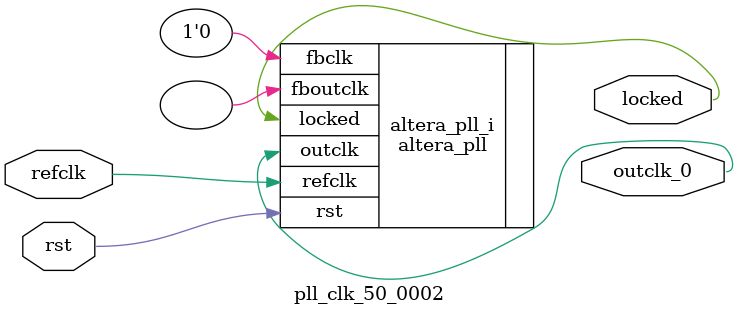
<source format=v>
`timescale 1ns/10ps
module  pll_clk_50_0002(

	// interface 'refclk'
	input wire refclk,

	// interface 'reset'
	input wire rst,

	// interface 'outclk0'
	output wire outclk_0,

	// interface 'locked'
	output wire locked
);

	altera_pll #(
		.fractional_vco_multiplier("false"),
		.reference_clock_frequency("50.0 MHz"),
		.operation_mode("direct"),
		.number_of_clocks(1),
		.output_clock_frequency0("25.000000 MHz"),
		.phase_shift0("0 ps"),
		.duty_cycle0(50),
		.output_clock_frequency1("0 MHz"),
		.phase_shift1("0 ps"),
		.duty_cycle1(50),
		.output_clock_frequency2("0 MHz"),
		.phase_shift2("0 ps"),
		.duty_cycle2(50),
		.output_clock_frequency3("0 MHz"),
		.phase_shift3("0 ps"),
		.duty_cycle3(50),
		.output_clock_frequency4("0 MHz"),
		.phase_shift4("0 ps"),
		.duty_cycle4(50),
		.output_clock_frequency5("0 MHz"),
		.phase_shift5("0 ps"),
		.duty_cycle5(50),
		.output_clock_frequency6("0 MHz"),
		.phase_shift6("0 ps"),
		.duty_cycle6(50),
		.output_clock_frequency7("0 MHz"),
		.phase_shift7("0 ps"),
		.duty_cycle7(50),
		.output_clock_frequency8("0 MHz"),
		.phase_shift8("0 ps"),
		.duty_cycle8(50),
		.output_clock_frequency9("0 MHz"),
		.phase_shift9("0 ps"),
		.duty_cycle9(50),
		.output_clock_frequency10("0 MHz"),
		.phase_shift10("0 ps"),
		.duty_cycle10(50),
		.output_clock_frequency11("0 MHz"),
		.phase_shift11("0 ps"),
		.duty_cycle11(50),
		.output_clock_frequency12("0 MHz"),
		.phase_shift12("0 ps"),
		.duty_cycle12(50),
		.output_clock_frequency13("0 MHz"),
		.phase_shift13("0 ps"),
		.duty_cycle13(50),
		.output_clock_frequency14("0 MHz"),
		.phase_shift14("0 ps"),
		.duty_cycle14(50),
		.output_clock_frequency15("0 MHz"),
		.phase_shift15("0 ps"),
		.duty_cycle15(50),
		.output_clock_frequency16("0 MHz"),
		.phase_shift16("0 ps"),
		.duty_cycle16(50),
		.output_clock_frequency17("0 MHz"),
		.phase_shift17("0 ps"),
		.duty_cycle17(50),
		.pll_type("General"),
		.pll_subtype("General")
	) altera_pll_i (
		.rst	(rst),
		.outclk	({outclk_0}),
		.locked	(locked),
		.fboutclk	( ),
		.fbclk	(1'b0),
		.refclk	(refclk)
	);
endmodule


</source>
